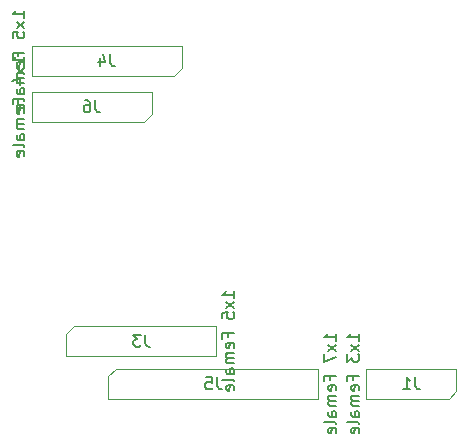
<source format=gbr>
G04 #@! TF.GenerationSoftware,KiCad,Pcbnew,8.0.4*
G04 #@! TF.CreationDate,2024-08-01T22:41:18+02:00*
G04 #@! TF.ProjectId,Headless TEF Audio board,48656164-6c65-4737-9320-544546204175,1*
G04 #@! TF.SameCoordinates,Original*
G04 #@! TF.FileFunction,AssemblyDrawing,Bot*
%FSLAX46Y46*%
G04 Gerber Fmt 4.6, Leading zero omitted, Abs format (unit mm)*
G04 Created by KiCad (PCBNEW 8.0.4) date 2024-08-01 22:41:18*
%MOMM*%
%LPD*%
G01*
G04 APERTURE LIST*
%ADD10C,0.150000*%
%ADD11C,0.100000*%
G04 APERTURE END LIST*
D10*
X140496819Y-79491142D02*
X140496819Y-78919714D01*
X140496819Y-79205428D02*
X139496819Y-79205428D01*
X139496819Y-79205428D02*
X139639676Y-79110190D01*
X139639676Y-79110190D02*
X139734914Y-79014952D01*
X139734914Y-79014952D02*
X139782533Y-78919714D01*
X140496819Y-79824476D02*
X139830152Y-80348285D01*
X139830152Y-79824476D02*
X140496819Y-80348285D01*
X139496819Y-81205428D02*
X139496819Y-80729238D01*
X139496819Y-80729238D02*
X139973009Y-80681619D01*
X139973009Y-80681619D02*
X139925390Y-80729238D01*
X139925390Y-80729238D02*
X139877771Y-80824476D01*
X139877771Y-80824476D02*
X139877771Y-81062571D01*
X139877771Y-81062571D02*
X139925390Y-81157809D01*
X139925390Y-81157809D02*
X139973009Y-81205428D01*
X139973009Y-81205428D02*
X140068247Y-81253047D01*
X140068247Y-81253047D02*
X140306342Y-81253047D01*
X140306342Y-81253047D02*
X140401580Y-81205428D01*
X140401580Y-81205428D02*
X140449200Y-81157809D01*
X140449200Y-81157809D02*
X140496819Y-81062571D01*
X140496819Y-81062571D02*
X140496819Y-80824476D01*
X140496819Y-80824476D02*
X140449200Y-80729238D01*
X140449200Y-80729238D02*
X140401580Y-80681619D01*
X139973009Y-82776857D02*
X139973009Y-82443524D01*
X140496819Y-82443524D02*
X139496819Y-82443524D01*
X139496819Y-82443524D02*
X139496819Y-82919714D01*
X140449200Y-83681619D02*
X140496819Y-83586381D01*
X140496819Y-83586381D02*
X140496819Y-83395905D01*
X140496819Y-83395905D02*
X140449200Y-83300667D01*
X140449200Y-83300667D02*
X140353961Y-83253048D01*
X140353961Y-83253048D02*
X139973009Y-83253048D01*
X139973009Y-83253048D02*
X139877771Y-83300667D01*
X139877771Y-83300667D02*
X139830152Y-83395905D01*
X139830152Y-83395905D02*
X139830152Y-83586381D01*
X139830152Y-83586381D02*
X139877771Y-83681619D01*
X139877771Y-83681619D02*
X139973009Y-83729238D01*
X139973009Y-83729238D02*
X140068247Y-83729238D01*
X140068247Y-83729238D02*
X140163485Y-83253048D01*
X140496819Y-84157810D02*
X139830152Y-84157810D01*
X139925390Y-84157810D02*
X139877771Y-84205429D01*
X139877771Y-84205429D02*
X139830152Y-84300667D01*
X139830152Y-84300667D02*
X139830152Y-84443524D01*
X139830152Y-84443524D02*
X139877771Y-84538762D01*
X139877771Y-84538762D02*
X139973009Y-84586381D01*
X139973009Y-84586381D02*
X140496819Y-84586381D01*
X139973009Y-84586381D02*
X139877771Y-84634000D01*
X139877771Y-84634000D02*
X139830152Y-84729238D01*
X139830152Y-84729238D02*
X139830152Y-84872095D01*
X139830152Y-84872095D02*
X139877771Y-84967334D01*
X139877771Y-84967334D02*
X139973009Y-85014953D01*
X139973009Y-85014953D02*
X140496819Y-85014953D01*
X140496819Y-85919714D02*
X139973009Y-85919714D01*
X139973009Y-85919714D02*
X139877771Y-85872095D01*
X139877771Y-85872095D02*
X139830152Y-85776857D01*
X139830152Y-85776857D02*
X139830152Y-85586381D01*
X139830152Y-85586381D02*
X139877771Y-85491143D01*
X140449200Y-85919714D02*
X140496819Y-85824476D01*
X140496819Y-85824476D02*
X140496819Y-85586381D01*
X140496819Y-85586381D02*
X140449200Y-85491143D01*
X140449200Y-85491143D02*
X140353961Y-85443524D01*
X140353961Y-85443524D02*
X140258723Y-85443524D01*
X140258723Y-85443524D02*
X140163485Y-85491143D01*
X140163485Y-85491143D02*
X140115866Y-85586381D01*
X140115866Y-85586381D02*
X140115866Y-85824476D01*
X140115866Y-85824476D02*
X140068247Y-85919714D01*
X140496819Y-86538762D02*
X140449200Y-86443524D01*
X140449200Y-86443524D02*
X140353961Y-86395905D01*
X140353961Y-86395905D02*
X139496819Y-86395905D01*
X140449200Y-87300667D02*
X140496819Y-87205429D01*
X140496819Y-87205429D02*
X140496819Y-87014953D01*
X140496819Y-87014953D02*
X140449200Y-86919715D01*
X140449200Y-86919715D02*
X140353961Y-86872096D01*
X140353961Y-86872096D02*
X139973009Y-86872096D01*
X139973009Y-86872096D02*
X139877771Y-86919715D01*
X139877771Y-86919715D02*
X139830152Y-87014953D01*
X139830152Y-87014953D02*
X139830152Y-87205429D01*
X139830152Y-87205429D02*
X139877771Y-87300667D01*
X139877771Y-87300667D02*
X139973009Y-87348286D01*
X139973009Y-87348286D02*
X140068247Y-87348286D01*
X140068247Y-87348286D02*
X140163485Y-86872096D01*
X147785333Y-82588819D02*
X147785333Y-83303104D01*
X147785333Y-83303104D02*
X147832952Y-83445961D01*
X147832952Y-83445961D02*
X147928190Y-83541200D01*
X147928190Y-83541200D02*
X148071047Y-83588819D01*
X148071047Y-83588819D02*
X148166285Y-83588819D01*
X146880571Y-82922152D02*
X146880571Y-83588819D01*
X147118666Y-82541200D02*
X147356761Y-83255485D01*
X147356761Y-83255485D02*
X146737714Y-83255485D01*
X158256819Y-103241142D02*
X158256819Y-102669714D01*
X158256819Y-102955428D02*
X157256819Y-102955428D01*
X157256819Y-102955428D02*
X157399676Y-102860190D01*
X157399676Y-102860190D02*
X157494914Y-102764952D01*
X157494914Y-102764952D02*
X157542533Y-102669714D01*
X158256819Y-103574476D02*
X157590152Y-104098285D01*
X157590152Y-103574476D02*
X158256819Y-104098285D01*
X157256819Y-104955428D02*
X157256819Y-104479238D01*
X157256819Y-104479238D02*
X157733009Y-104431619D01*
X157733009Y-104431619D02*
X157685390Y-104479238D01*
X157685390Y-104479238D02*
X157637771Y-104574476D01*
X157637771Y-104574476D02*
X157637771Y-104812571D01*
X157637771Y-104812571D02*
X157685390Y-104907809D01*
X157685390Y-104907809D02*
X157733009Y-104955428D01*
X157733009Y-104955428D02*
X157828247Y-105003047D01*
X157828247Y-105003047D02*
X158066342Y-105003047D01*
X158066342Y-105003047D02*
X158161580Y-104955428D01*
X158161580Y-104955428D02*
X158209200Y-104907809D01*
X158209200Y-104907809D02*
X158256819Y-104812571D01*
X158256819Y-104812571D02*
X158256819Y-104574476D01*
X158256819Y-104574476D02*
X158209200Y-104479238D01*
X158209200Y-104479238D02*
X158161580Y-104431619D01*
X157733009Y-106526857D02*
X157733009Y-106193524D01*
X158256819Y-106193524D02*
X157256819Y-106193524D01*
X157256819Y-106193524D02*
X157256819Y-106669714D01*
X158209200Y-107431619D02*
X158256819Y-107336381D01*
X158256819Y-107336381D02*
X158256819Y-107145905D01*
X158256819Y-107145905D02*
X158209200Y-107050667D01*
X158209200Y-107050667D02*
X158113961Y-107003048D01*
X158113961Y-107003048D02*
X157733009Y-107003048D01*
X157733009Y-107003048D02*
X157637771Y-107050667D01*
X157637771Y-107050667D02*
X157590152Y-107145905D01*
X157590152Y-107145905D02*
X157590152Y-107336381D01*
X157590152Y-107336381D02*
X157637771Y-107431619D01*
X157637771Y-107431619D02*
X157733009Y-107479238D01*
X157733009Y-107479238D02*
X157828247Y-107479238D01*
X157828247Y-107479238D02*
X157923485Y-107003048D01*
X158256819Y-107907810D02*
X157590152Y-107907810D01*
X157685390Y-107907810D02*
X157637771Y-107955429D01*
X157637771Y-107955429D02*
X157590152Y-108050667D01*
X157590152Y-108050667D02*
X157590152Y-108193524D01*
X157590152Y-108193524D02*
X157637771Y-108288762D01*
X157637771Y-108288762D02*
X157733009Y-108336381D01*
X157733009Y-108336381D02*
X158256819Y-108336381D01*
X157733009Y-108336381D02*
X157637771Y-108384000D01*
X157637771Y-108384000D02*
X157590152Y-108479238D01*
X157590152Y-108479238D02*
X157590152Y-108622095D01*
X157590152Y-108622095D02*
X157637771Y-108717334D01*
X157637771Y-108717334D02*
X157733009Y-108764953D01*
X157733009Y-108764953D02*
X158256819Y-108764953D01*
X158256819Y-109669714D02*
X157733009Y-109669714D01*
X157733009Y-109669714D02*
X157637771Y-109622095D01*
X157637771Y-109622095D02*
X157590152Y-109526857D01*
X157590152Y-109526857D02*
X157590152Y-109336381D01*
X157590152Y-109336381D02*
X157637771Y-109241143D01*
X158209200Y-109669714D02*
X158256819Y-109574476D01*
X158256819Y-109574476D02*
X158256819Y-109336381D01*
X158256819Y-109336381D02*
X158209200Y-109241143D01*
X158209200Y-109241143D02*
X158113961Y-109193524D01*
X158113961Y-109193524D02*
X158018723Y-109193524D01*
X158018723Y-109193524D02*
X157923485Y-109241143D01*
X157923485Y-109241143D02*
X157875866Y-109336381D01*
X157875866Y-109336381D02*
X157875866Y-109574476D01*
X157875866Y-109574476D02*
X157828247Y-109669714D01*
X158256819Y-110288762D02*
X158209200Y-110193524D01*
X158209200Y-110193524D02*
X158113961Y-110145905D01*
X158113961Y-110145905D02*
X157256819Y-110145905D01*
X158209200Y-111050667D02*
X158256819Y-110955429D01*
X158256819Y-110955429D02*
X158256819Y-110764953D01*
X158256819Y-110764953D02*
X158209200Y-110669715D01*
X158209200Y-110669715D02*
X158113961Y-110622096D01*
X158113961Y-110622096D02*
X157733009Y-110622096D01*
X157733009Y-110622096D02*
X157637771Y-110669715D01*
X157637771Y-110669715D02*
X157590152Y-110764953D01*
X157590152Y-110764953D02*
X157590152Y-110955429D01*
X157590152Y-110955429D02*
X157637771Y-111050667D01*
X157637771Y-111050667D02*
X157733009Y-111098286D01*
X157733009Y-111098286D02*
X157828247Y-111098286D01*
X157828247Y-111098286D02*
X157923485Y-110622096D01*
X150725333Y-106338819D02*
X150725333Y-107053104D01*
X150725333Y-107053104D02*
X150772952Y-107195961D01*
X150772952Y-107195961D02*
X150868190Y-107291200D01*
X150868190Y-107291200D02*
X151011047Y-107338819D01*
X151011047Y-107338819D02*
X151106285Y-107338819D01*
X150344380Y-106338819D02*
X149725333Y-106338819D01*
X149725333Y-106338819D02*
X150058666Y-106719771D01*
X150058666Y-106719771D02*
X149915809Y-106719771D01*
X149915809Y-106719771D02*
X149820571Y-106767390D01*
X149820571Y-106767390D02*
X149772952Y-106815009D01*
X149772952Y-106815009D02*
X149725333Y-106910247D01*
X149725333Y-106910247D02*
X149725333Y-107148342D01*
X149725333Y-107148342D02*
X149772952Y-107243580D01*
X149772952Y-107243580D02*
X149820571Y-107291200D01*
X149820571Y-107291200D02*
X149915809Y-107338819D01*
X149915809Y-107338819D02*
X150201523Y-107338819D01*
X150201523Y-107338819D02*
X150296761Y-107291200D01*
X150296761Y-107291200D02*
X150344380Y-107243580D01*
X140496819Y-83391142D02*
X140496819Y-82819714D01*
X140496819Y-83105428D02*
X139496819Y-83105428D01*
X139496819Y-83105428D02*
X139639676Y-83010190D01*
X139639676Y-83010190D02*
X139734914Y-82914952D01*
X139734914Y-82914952D02*
X139782533Y-82819714D01*
X140496819Y-83724476D02*
X139830152Y-84248285D01*
X139830152Y-83724476D02*
X140496819Y-84248285D01*
X139830152Y-85057809D02*
X140496819Y-85057809D01*
X139449200Y-84819714D02*
X140163485Y-84581619D01*
X140163485Y-84581619D02*
X140163485Y-85200666D01*
X139973009Y-86676857D02*
X139973009Y-86343524D01*
X140496819Y-86343524D02*
X139496819Y-86343524D01*
X139496819Y-86343524D02*
X139496819Y-86819714D01*
X140449200Y-87581619D02*
X140496819Y-87486381D01*
X140496819Y-87486381D02*
X140496819Y-87295905D01*
X140496819Y-87295905D02*
X140449200Y-87200667D01*
X140449200Y-87200667D02*
X140353961Y-87153048D01*
X140353961Y-87153048D02*
X139973009Y-87153048D01*
X139973009Y-87153048D02*
X139877771Y-87200667D01*
X139877771Y-87200667D02*
X139830152Y-87295905D01*
X139830152Y-87295905D02*
X139830152Y-87486381D01*
X139830152Y-87486381D02*
X139877771Y-87581619D01*
X139877771Y-87581619D02*
X139973009Y-87629238D01*
X139973009Y-87629238D02*
X140068247Y-87629238D01*
X140068247Y-87629238D02*
X140163485Y-87153048D01*
X140496819Y-88057810D02*
X139830152Y-88057810D01*
X139925390Y-88057810D02*
X139877771Y-88105429D01*
X139877771Y-88105429D02*
X139830152Y-88200667D01*
X139830152Y-88200667D02*
X139830152Y-88343524D01*
X139830152Y-88343524D02*
X139877771Y-88438762D01*
X139877771Y-88438762D02*
X139973009Y-88486381D01*
X139973009Y-88486381D02*
X140496819Y-88486381D01*
X139973009Y-88486381D02*
X139877771Y-88534000D01*
X139877771Y-88534000D02*
X139830152Y-88629238D01*
X139830152Y-88629238D02*
X139830152Y-88772095D01*
X139830152Y-88772095D02*
X139877771Y-88867334D01*
X139877771Y-88867334D02*
X139973009Y-88914953D01*
X139973009Y-88914953D02*
X140496819Y-88914953D01*
X140496819Y-89819714D02*
X139973009Y-89819714D01*
X139973009Y-89819714D02*
X139877771Y-89772095D01*
X139877771Y-89772095D02*
X139830152Y-89676857D01*
X139830152Y-89676857D02*
X139830152Y-89486381D01*
X139830152Y-89486381D02*
X139877771Y-89391143D01*
X140449200Y-89819714D02*
X140496819Y-89724476D01*
X140496819Y-89724476D02*
X140496819Y-89486381D01*
X140496819Y-89486381D02*
X140449200Y-89391143D01*
X140449200Y-89391143D02*
X140353961Y-89343524D01*
X140353961Y-89343524D02*
X140258723Y-89343524D01*
X140258723Y-89343524D02*
X140163485Y-89391143D01*
X140163485Y-89391143D02*
X140115866Y-89486381D01*
X140115866Y-89486381D02*
X140115866Y-89724476D01*
X140115866Y-89724476D02*
X140068247Y-89819714D01*
X140496819Y-90438762D02*
X140449200Y-90343524D01*
X140449200Y-90343524D02*
X140353961Y-90295905D01*
X140353961Y-90295905D02*
X139496819Y-90295905D01*
X140449200Y-91200667D02*
X140496819Y-91105429D01*
X140496819Y-91105429D02*
X140496819Y-90914953D01*
X140496819Y-90914953D02*
X140449200Y-90819715D01*
X140449200Y-90819715D02*
X140353961Y-90772096D01*
X140353961Y-90772096D02*
X139973009Y-90772096D01*
X139973009Y-90772096D02*
X139877771Y-90819715D01*
X139877771Y-90819715D02*
X139830152Y-90914953D01*
X139830152Y-90914953D02*
X139830152Y-91105429D01*
X139830152Y-91105429D02*
X139877771Y-91200667D01*
X139877771Y-91200667D02*
X139973009Y-91248286D01*
X139973009Y-91248286D02*
X140068247Y-91248286D01*
X140068247Y-91248286D02*
X140163485Y-90772096D01*
X146515333Y-86488819D02*
X146515333Y-87203104D01*
X146515333Y-87203104D02*
X146562952Y-87345961D01*
X146562952Y-87345961D02*
X146658190Y-87441200D01*
X146658190Y-87441200D02*
X146801047Y-87488819D01*
X146801047Y-87488819D02*
X146896285Y-87488819D01*
X145610571Y-86488819D02*
X145801047Y-86488819D01*
X145801047Y-86488819D02*
X145896285Y-86536438D01*
X145896285Y-86536438D02*
X145943904Y-86584057D01*
X145943904Y-86584057D02*
X146039142Y-86726914D01*
X146039142Y-86726914D02*
X146086761Y-86917390D01*
X146086761Y-86917390D02*
X146086761Y-87298342D01*
X146086761Y-87298342D02*
X146039142Y-87393580D01*
X146039142Y-87393580D02*
X145991523Y-87441200D01*
X145991523Y-87441200D02*
X145896285Y-87488819D01*
X145896285Y-87488819D02*
X145705809Y-87488819D01*
X145705809Y-87488819D02*
X145610571Y-87441200D01*
X145610571Y-87441200D02*
X145562952Y-87393580D01*
X145562952Y-87393580D02*
X145515333Y-87298342D01*
X145515333Y-87298342D02*
X145515333Y-87060247D01*
X145515333Y-87060247D02*
X145562952Y-86965009D01*
X145562952Y-86965009D02*
X145610571Y-86917390D01*
X145610571Y-86917390D02*
X145705809Y-86869771D01*
X145705809Y-86869771D02*
X145896285Y-86869771D01*
X145896285Y-86869771D02*
X145991523Y-86917390D01*
X145991523Y-86917390D02*
X146039142Y-86965009D01*
X146039142Y-86965009D02*
X146086761Y-87060247D01*
X168833819Y-106841142D02*
X168833819Y-106269714D01*
X168833819Y-106555428D02*
X167833819Y-106555428D01*
X167833819Y-106555428D02*
X167976676Y-106460190D01*
X167976676Y-106460190D02*
X168071914Y-106364952D01*
X168071914Y-106364952D02*
X168119533Y-106269714D01*
X168833819Y-107174476D02*
X168167152Y-107698285D01*
X168167152Y-107174476D02*
X168833819Y-107698285D01*
X167833819Y-107984000D02*
X167833819Y-108603047D01*
X167833819Y-108603047D02*
X168214771Y-108269714D01*
X168214771Y-108269714D02*
X168214771Y-108412571D01*
X168214771Y-108412571D02*
X168262390Y-108507809D01*
X168262390Y-108507809D02*
X168310009Y-108555428D01*
X168310009Y-108555428D02*
X168405247Y-108603047D01*
X168405247Y-108603047D02*
X168643342Y-108603047D01*
X168643342Y-108603047D02*
X168738580Y-108555428D01*
X168738580Y-108555428D02*
X168786200Y-108507809D01*
X168786200Y-108507809D02*
X168833819Y-108412571D01*
X168833819Y-108412571D02*
X168833819Y-108126857D01*
X168833819Y-108126857D02*
X168786200Y-108031619D01*
X168786200Y-108031619D02*
X168738580Y-107984000D01*
X168310009Y-110126857D02*
X168310009Y-109793524D01*
X168833819Y-109793524D02*
X167833819Y-109793524D01*
X167833819Y-109793524D02*
X167833819Y-110269714D01*
X168786200Y-111031619D02*
X168833819Y-110936381D01*
X168833819Y-110936381D02*
X168833819Y-110745905D01*
X168833819Y-110745905D02*
X168786200Y-110650667D01*
X168786200Y-110650667D02*
X168690961Y-110603048D01*
X168690961Y-110603048D02*
X168310009Y-110603048D01*
X168310009Y-110603048D02*
X168214771Y-110650667D01*
X168214771Y-110650667D02*
X168167152Y-110745905D01*
X168167152Y-110745905D02*
X168167152Y-110936381D01*
X168167152Y-110936381D02*
X168214771Y-111031619D01*
X168214771Y-111031619D02*
X168310009Y-111079238D01*
X168310009Y-111079238D02*
X168405247Y-111079238D01*
X168405247Y-111079238D02*
X168500485Y-110603048D01*
X168833819Y-111507810D02*
X168167152Y-111507810D01*
X168262390Y-111507810D02*
X168214771Y-111555429D01*
X168214771Y-111555429D02*
X168167152Y-111650667D01*
X168167152Y-111650667D02*
X168167152Y-111793524D01*
X168167152Y-111793524D02*
X168214771Y-111888762D01*
X168214771Y-111888762D02*
X168310009Y-111936381D01*
X168310009Y-111936381D02*
X168833819Y-111936381D01*
X168310009Y-111936381D02*
X168214771Y-111984000D01*
X168214771Y-111984000D02*
X168167152Y-112079238D01*
X168167152Y-112079238D02*
X168167152Y-112222095D01*
X168167152Y-112222095D02*
X168214771Y-112317334D01*
X168214771Y-112317334D02*
X168310009Y-112364953D01*
X168310009Y-112364953D02*
X168833819Y-112364953D01*
X168833819Y-113269714D02*
X168310009Y-113269714D01*
X168310009Y-113269714D02*
X168214771Y-113222095D01*
X168214771Y-113222095D02*
X168167152Y-113126857D01*
X168167152Y-113126857D02*
X168167152Y-112936381D01*
X168167152Y-112936381D02*
X168214771Y-112841143D01*
X168786200Y-113269714D02*
X168833819Y-113174476D01*
X168833819Y-113174476D02*
X168833819Y-112936381D01*
X168833819Y-112936381D02*
X168786200Y-112841143D01*
X168786200Y-112841143D02*
X168690961Y-112793524D01*
X168690961Y-112793524D02*
X168595723Y-112793524D01*
X168595723Y-112793524D02*
X168500485Y-112841143D01*
X168500485Y-112841143D02*
X168452866Y-112936381D01*
X168452866Y-112936381D02*
X168452866Y-113174476D01*
X168452866Y-113174476D02*
X168405247Y-113269714D01*
X168833819Y-113888762D02*
X168786200Y-113793524D01*
X168786200Y-113793524D02*
X168690961Y-113745905D01*
X168690961Y-113745905D02*
X167833819Y-113745905D01*
X168786200Y-114650667D02*
X168833819Y-114555429D01*
X168833819Y-114555429D02*
X168833819Y-114364953D01*
X168833819Y-114364953D02*
X168786200Y-114269715D01*
X168786200Y-114269715D02*
X168690961Y-114222096D01*
X168690961Y-114222096D02*
X168310009Y-114222096D01*
X168310009Y-114222096D02*
X168214771Y-114269715D01*
X168214771Y-114269715D02*
X168167152Y-114364953D01*
X168167152Y-114364953D02*
X168167152Y-114555429D01*
X168167152Y-114555429D02*
X168214771Y-114650667D01*
X168214771Y-114650667D02*
X168310009Y-114698286D01*
X168310009Y-114698286D02*
X168405247Y-114698286D01*
X168405247Y-114698286D02*
X168500485Y-114222096D01*
X173582333Y-109938819D02*
X173582333Y-110653104D01*
X173582333Y-110653104D02*
X173629952Y-110795961D01*
X173629952Y-110795961D02*
X173725190Y-110891200D01*
X173725190Y-110891200D02*
X173868047Y-110938819D01*
X173868047Y-110938819D02*
X173963285Y-110938819D01*
X172582333Y-110938819D02*
X173153761Y-110938819D01*
X172868047Y-110938819D02*
X172868047Y-109938819D01*
X172868047Y-109938819D02*
X172963285Y-110081676D01*
X172963285Y-110081676D02*
X173058523Y-110176914D01*
X173058523Y-110176914D02*
X173153761Y-110224533D01*
X166889819Y-106841142D02*
X166889819Y-106269714D01*
X166889819Y-106555428D02*
X165889819Y-106555428D01*
X165889819Y-106555428D02*
X166032676Y-106460190D01*
X166032676Y-106460190D02*
X166127914Y-106364952D01*
X166127914Y-106364952D02*
X166175533Y-106269714D01*
X166889819Y-107174476D02*
X166223152Y-107698285D01*
X166223152Y-107174476D02*
X166889819Y-107698285D01*
X165889819Y-107984000D02*
X165889819Y-108650666D01*
X165889819Y-108650666D02*
X166889819Y-108222095D01*
X166366009Y-110126857D02*
X166366009Y-109793524D01*
X166889819Y-109793524D02*
X165889819Y-109793524D01*
X165889819Y-109793524D02*
X165889819Y-110269714D01*
X166842200Y-111031619D02*
X166889819Y-110936381D01*
X166889819Y-110936381D02*
X166889819Y-110745905D01*
X166889819Y-110745905D02*
X166842200Y-110650667D01*
X166842200Y-110650667D02*
X166746961Y-110603048D01*
X166746961Y-110603048D02*
X166366009Y-110603048D01*
X166366009Y-110603048D02*
X166270771Y-110650667D01*
X166270771Y-110650667D02*
X166223152Y-110745905D01*
X166223152Y-110745905D02*
X166223152Y-110936381D01*
X166223152Y-110936381D02*
X166270771Y-111031619D01*
X166270771Y-111031619D02*
X166366009Y-111079238D01*
X166366009Y-111079238D02*
X166461247Y-111079238D01*
X166461247Y-111079238D02*
X166556485Y-110603048D01*
X166889819Y-111507810D02*
X166223152Y-111507810D01*
X166318390Y-111507810D02*
X166270771Y-111555429D01*
X166270771Y-111555429D02*
X166223152Y-111650667D01*
X166223152Y-111650667D02*
X166223152Y-111793524D01*
X166223152Y-111793524D02*
X166270771Y-111888762D01*
X166270771Y-111888762D02*
X166366009Y-111936381D01*
X166366009Y-111936381D02*
X166889819Y-111936381D01*
X166366009Y-111936381D02*
X166270771Y-111984000D01*
X166270771Y-111984000D02*
X166223152Y-112079238D01*
X166223152Y-112079238D02*
X166223152Y-112222095D01*
X166223152Y-112222095D02*
X166270771Y-112317334D01*
X166270771Y-112317334D02*
X166366009Y-112364953D01*
X166366009Y-112364953D02*
X166889819Y-112364953D01*
X166889819Y-113269714D02*
X166366009Y-113269714D01*
X166366009Y-113269714D02*
X166270771Y-113222095D01*
X166270771Y-113222095D02*
X166223152Y-113126857D01*
X166223152Y-113126857D02*
X166223152Y-112936381D01*
X166223152Y-112936381D02*
X166270771Y-112841143D01*
X166842200Y-113269714D02*
X166889819Y-113174476D01*
X166889819Y-113174476D02*
X166889819Y-112936381D01*
X166889819Y-112936381D02*
X166842200Y-112841143D01*
X166842200Y-112841143D02*
X166746961Y-112793524D01*
X166746961Y-112793524D02*
X166651723Y-112793524D01*
X166651723Y-112793524D02*
X166556485Y-112841143D01*
X166556485Y-112841143D02*
X166508866Y-112936381D01*
X166508866Y-112936381D02*
X166508866Y-113174476D01*
X166508866Y-113174476D02*
X166461247Y-113269714D01*
X166889819Y-113888762D02*
X166842200Y-113793524D01*
X166842200Y-113793524D02*
X166746961Y-113745905D01*
X166746961Y-113745905D02*
X165889819Y-113745905D01*
X166842200Y-114650667D02*
X166889819Y-114555429D01*
X166889819Y-114555429D02*
X166889819Y-114364953D01*
X166889819Y-114364953D02*
X166842200Y-114269715D01*
X166842200Y-114269715D02*
X166746961Y-114222096D01*
X166746961Y-114222096D02*
X166366009Y-114222096D01*
X166366009Y-114222096D02*
X166270771Y-114269715D01*
X166270771Y-114269715D02*
X166223152Y-114364953D01*
X166223152Y-114364953D02*
X166223152Y-114555429D01*
X166223152Y-114555429D02*
X166270771Y-114650667D01*
X166270771Y-114650667D02*
X166366009Y-114698286D01*
X166366009Y-114698286D02*
X166461247Y-114698286D01*
X166461247Y-114698286D02*
X166556485Y-114222096D01*
X156818333Y-109938819D02*
X156818333Y-110653104D01*
X156818333Y-110653104D02*
X156865952Y-110795961D01*
X156865952Y-110795961D02*
X156961190Y-110891200D01*
X156961190Y-110891200D02*
X157104047Y-110938819D01*
X157104047Y-110938819D02*
X157199285Y-110938819D01*
X155865952Y-109938819D02*
X156342142Y-109938819D01*
X156342142Y-109938819D02*
X156389761Y-110415009D01*
X156389761Y-110415009D02*
X156342142Y-110367390D01*
X156342142Y-110367390D02*
X156246904Y-110319771D01*
X156246904Y-110319771D02*
X156008809Y-110319771D01*
X156008809Y-110319771D02*
X155913571Y-110367390D01*
X155913571Y-110367390D02*
X155865952Y-110415009D01*
X155865952Y-110415009D02*
X155818333Y-110510247D01*
X155818333Y-110510247D02*
X155818333Y-110748342D01*
X155818333Y-110748342D02*
X155865952Y-110843580D01*
X155865952Y-110843580D02*
X155913571Y-110891200D01*
X155913571Y-110891200D02*
X156008809Y-110938819D01*
X156008809Y-110938819D02*
X156246904Y-110938819D01*
X156246904Y-110938819D02*
X156342142Y-110891200D01*
X156342142Y-110891200D02*
X156389761Y-110843580D01*
D11*
G04 #@! TO.C,J4*
X141102000Y-81864000D02*
X153802000Y-81864000D01*
X141102000Y-84404000D02*
X141102000Y-81864000D01*
X153167000Y-84404000D02*
X141102000Y-84404000D01*
X153802000Y-81864000D02*
X153802000Y-83769000D01*
X153802000Y-83769000D02*
X153167000Y-84404000D01*
G04 #@! TO.C,J3*
X144042000Y-106249000D02*
X144677000Y-105614000D01*
X144042000Y-108154000D02*
X144042000Y-106249000D01*
X144677000Y-105614000D02*
X156742000Y-105614000D01*
X156742000Y-105614000D02*
X156742000Y-108154000D01*
X156742000Y-108154000D02*
X144042000Y-108154000D01*
G04 #@! TO.C,J6*
X141102000Y-85764000D02*
X151262000Y-85764000D01*
X141102000Y-88304000D02*
X141102000Y-85764000D01*
X150627000Y-88304000D02*
X141102000Y-88304000D01*
X151262000Y-85764000D02*
X151262000Y-87669000D01*
X151262000Y-87669000D02*
X150627000Y-88304000D01*
G04 #@! TO.C,J1*
X169439000Y-109214000D02*
X177059000Y-109214000D01*
X169439000Y-111754000D02*
X169439000Y-109214000D01*
X176424000Y-111754000D02*
X169439000Y-111754000D01*
X177059000Y-109214000D02*
X177059000Y-111119000D01*
X177059000Y-111119000D02*
X176424000Y-111754000D01*
G04 #@! TO.C,J5*
X147595000Y-109849000D02*
X148230000Y-109214000D01*
X147595000Y-111754000D02*
X147595000Y-109849000D01*
X148230000Y-109214000D02*
X165375000Y-109214000D01*
X165375000Y-109214000D02*
X165375000Y-111754000D01*
X165375000Y-111754000D02*
X147595000Y-111754000D01*
G04 #@! TD*
M02*

</source>
